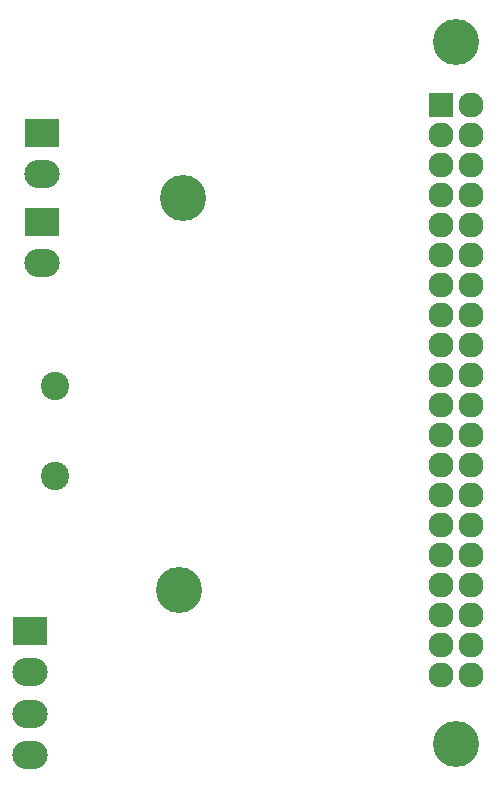
<source format=gbr>
G04 #@! TF.FileFunction,Soldermask,Bot*
%FSLAX46Y46*%
G04 Gerber Fmt 4.6, Leading zero omitted, Abs format (unit mm)*
G04 Created by KiCad (PCBNEW 4.0.2-stable) date 7/5/2016 2:11:45 AM*
%MOMM*%
G01*
G04 APERTURE LIST*
%ADD10C,0.100000*%
%ADD11C,3.900000*%
%ADD12R,3.000000X2.400000*%
%ADD13O,3.000000X2.400000*%
%ADD14R,2.127200X2.127200*%
%ADD15O,2.127200X2.127200*%
%ADD16C,2.400000*%
G04 APERTURE END LIST*
D10*
D11*
X121671080Y-90545920D03*
X121945400Y-57302400D03*
X145100040Y-103515160D03*
D12*
X109992160Y-51811040D03*
D13*
X109992160Y-55311040D03*
D12*
X110027720Y-59334400D03*
D13*
X110027720Y-62834400D03*
D14*
X143789400Y-49428400D03*
D15*
X146329400Y-49428400D03*
X143789400Y-51968400D03*
X146329400Y-51968400D03*
X143789400Y-54508400D03*
X146329400Y-54508400D03*
X143789400Y-57048400D03*
X146329400Y-57048400D03*
X143789400Y-59588400D03*
X146329400Y-59588400D03*
X143789400Y-62128400D03*
X146329400Y-62128400D03*
X143789400Y-64668400D03*
X146329400Y-64668400D03*
X143789400Y-67208400D03*
X146329400Y-67208400D03*
X143789400Y-69748400D03*
X146329400Y-69748400D03*
X143789400Y-72288400D03*
X146329400Y-72288400D03*
X143789400Y-74828400D03*
X146329400Y-74828400D03*
X143789400Y-77368400D03*
X146329400Y-77368400D03*
X143789400Y-79908400D03*
X146329400Y-79908400D03*
X143789400Y-82448400D03*
X146329400Y-82448400D03*
X143789400Y-84988400D03*
X146329400Y-84988400D03*
X143789400Y-87528400D03*
X146329400Y-87528400D03*
X143789400Y-90068400D03*
X146329400Y-90068400D03*
X143789400Y-92608400D03*
X146329400Y-92608400D03*
X143789400Y-95148400D03*
X146329400Y-95148400D03*
X143789400Y-97688400D03*
X146329400Y-97688400D03*
D12*
X109052200Y-93990280D03*
D13*
X109042200Y-97490280D03*
X108972200Y-100990280D03*
X109052200Y-104490280D03*
D11*
X145054320Y-44119800D03*
D16*
X111160560Y-80848200D03*
X111160560Y-73248520D03*
M02*

</source>
